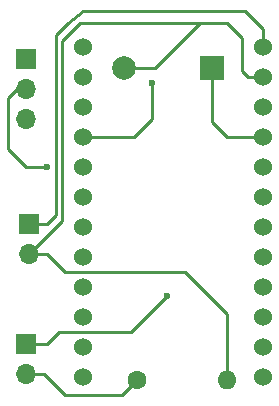
<source format=gtl>
G04 #@! TF.FileFunction,Copper,L1,Top,Signal*
%FSLAX46Y46*%
G04 Gerber Fmt 4.6, Leading zero omitted, Abs format (unit mm)*
G04 Created by KiCad (PCBNEW 4.0.7-e2-6376~58~ubuntu16.04.1) date Thu Jan  4 23:54:05 2018*
%MOMM*%
%LPD*%
G01*
G04 APERTURE LIST*
%ADD10C,0.020000*%
%ADD11C,1.524000*%
%ADD12R,2.000000X2.000000*%
%ADD13C,2.000000*%
%ADD14C,1.600000*%
%ADD15O,1.600000X1.600000*%
%ADD16R,1.700000X1.700000*%
%ADD17O,1.700000X1.700000*%
%ADD18C,0.600000*%
%ADD19C,0.250000*%
G04 APERTURE END LIST*
D10*
D11*
X151638000Y-110998000D03*
X151638000Y-113538000D03*
X151638000Y-116078000D03*
X151638000Y-118618000D03*
X151638000Y-121158000D03*
X151638000Y-123698000D03*
X151638000Y-126238000D03*
X151638000Y-128778000D03*
X151638000Y-131318000D03*
X151638000Y-133858000D03*
X151638000Y-136398000D03*
X151638000Y-138938000D03*
X166878000Y-110998000D03*
X166878000Y-113538000D03*
X166878000Y-116078000D03*
X166878000Y-118618000D03*
X166878000Y-121158000D03*
X166878000Y-123698000D03*
X166878000Y-126238000D03*
X166878000Y-128778000D03*
X166878000Y-131318000D03*
X166878000Y-133858000D03*
X166878000Y-136398000D03*
X166878000Y-138938000D03*
D12*
X162560000Y-112776000D03*
D13*
X155060000Y-112776000D03*
D14*
X156210000Y-139192000D03*
D15*
X163830000Y-139192000D03*
D16*
X146812000Y-112014000D03*
D17*
X146812000Y-114554000D03*
X146812000Y-117094000D03*
D16*
X147066000Y-125984000D03*
D17*
X147066000Y-128524000D03*
D16*
X146812000Y-136144000D03*
D17*
X146812000Y-138684000D03*
D18*
X158750000Y-132080000D03*
X157480000Y-114046000D03*
X148590000Y-121158000D03*
D19*
X146812000Y-136144000D02*
X148590000Y-136144000D01*
X155702000Y-135128000D02*
X158750000Y-132080000D01*
X149606000Y-135128000D02*
X155702000Y-135128000D01*
X148590000Y-136144000D02*
X149606000Y-135128000D01*
X166878000Y-118618000D02*
X163830000Y-118618000D01*
X162560000Y-117348000D02*
X162560000Y-112776000D01*
X163830000Y-118618000D02*
X162560000Y-117348000D01*
X155956000Y-118618000D02*
X151638000Y-118618000D01*
X157480000Y-117094000D02*
X155956000Y-118618000D01*
X157480000Y-114046000D02*
X157480000Y-117094000D01*
X146812000Y-114554000D02*
X146050000Y-114554000D01*
X146050000Y-114554000D02*
X145288000Y-115316000D01*
X145288000Y-115316000D02*
X145288000Y-119634000D01*
X145288000Y-119634000D02*
X146812000Y-121158000D01*
X146812000Y-121158000D02*
X148590000Y-121158000D01*
X164084000Y-107950000D02*
X165354000Y-107950000D01*
X148590000Y-125984000D02*
X149352000Y-125222000D01*
X149352000Y-125222000D02*
X149352000Y-109982000D01*
X149352000Y-109982000D02*
X150368000Y-108966000D01*
X150368000Y-108966000D02*
X151638000Y-107950000D01*
X151638000Y-107950000D02*
X164084000Y-107950000D01*
X147066000Y-125984000D02*
X148590000Y-125984000D01*
X166878000Y-109474000D02*
X166878000Y-110998000D01*
X165354000Y-107950000D02*
X166878000Y-109474000D01*
X155060000Y-112776000D02*
X157734000Y-112776000D01*
X161544000Y-108966000D02*
X162052000Y-108966000D01*
X157734000Y-112776000D02*
X161544000Y-108966000D01*
X147066000Y-128524000D02*
X148590000Y-128524000D01*
X163830000Y-133604000D02*
X163830000Y-139192000D01*
X160274000Y-130048000D02*
X163830000Y-133604000D01*
X150114000Y-130048000D02*
X160274000Y-130048000D01*
X148590000Y-128524000D02*
X150114000Y-130048000D01*
X166878000Y-113538000D02*
X165608000Y-113538000D01*
X149860000Y-125730000D02*
X147066000Y-128524000D01*
X149860000Y-110490000D02*
X149860000Y-125730000D01*
X151384000Y-108966000D02*
X149860000Y-110490000D01*
X163830000Y-108966000D02*
X162052000Y-108966000D01*
X162052000Y-108966000D02*
X160274000Y-108966000D01*
X160274000Y-108966000D02*
X151384000Y-108966000D01*
X165100000Y-110236000D02*
X163830000Y-108966000D01*
X165100000Y-113030000D02*
X165100000Y-110236000D01*
X165608000Y-113538000D02*
X165100000Y-113030000D01*
X146812000Y-138684000D02*
X148336000Y-138684000D01*
X154940000Y-140462000D02*
X156210000Y-139192000D01*
X150114000Y-140462000D02*
X154940000Y-140462000D01*
X148336000Y-138684000D02*
X150114000Y-140462000D01*
M02*

</source>
